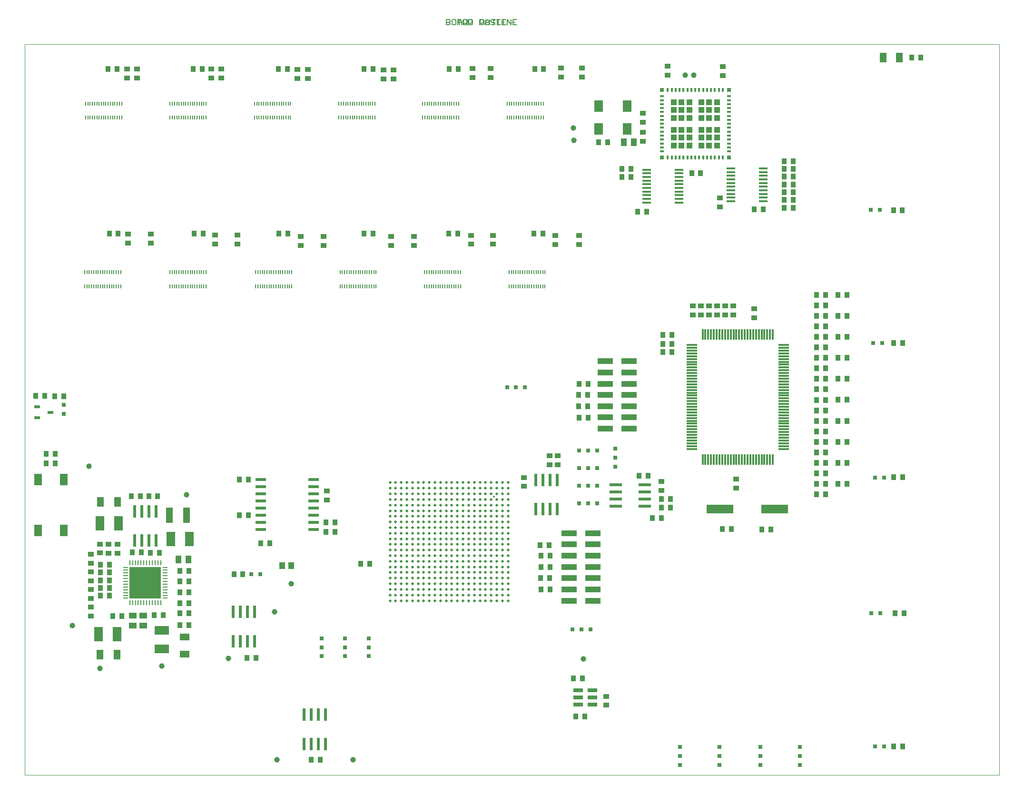
<source format=gtp>
G04 Layer_Color=8421504*
%FSLAX43Y43*%
%MOMM*%
G71*
G01*
G75*
%ADD10C,0.100*%
%ADD12R,1.600X2.000*%
%ADD13R,0.600X2.200*%
%ADD14R,0.950X1.000*%
%ADD15R,1.000X0.950*%
%ADD16R,1.000X0.900*%
%ADD17R,5.600X5.600*%
%ADD18R,0.950X0.250*%
%ADD19R,0.250X0.950*%
%ADD20R,0.900X1.000*%
%ADD21R,1.400X1.050*%
%ADD22R,2.600X1.550*%
%ADD23R,1.550X2.600*%
%ADD24R,1.150X1.800*%
%ADD25R,1.050X1.400*%
%ADD26R,0.800X0.800*%
%ADD27R,1.800X1.150*%
%ADD28R,1.000X1.000*%
%ADD29R,0.400X0.750*%
%ADD30R,0.750X0.400*%
%ADD31R,0.750X0.750*%
%ADD32R,1.500X0.450*%
%ADD33R,1.850X0.300*%
%ADD34R,0.300X1.850*%
%ADD35C,1.000*%
%ADD36R,0.800X0.800*%
%ADD37R,2.200X0.600*%
%ADD38R,4.850X1.550*%
%ADD39R,0.950X1.000*%
%ADD40R,0.230X0.700*%
%ADD41R,2.750X1.000*%
%ADD42R,1.400X2.100*%
%ADD43R,1.000X0.600*%
%ADD44C,0.500*%
%ADD45R,1.900X0.600*%
%ADD46R,1.700X0.800*%
%ADD47R,1.150X2.700*%
%ADD48R,1.000X1.300*%
%ADD49C,0.200*%
%ADD54C,0.300*%
D10*
X163425Y-10000D02*
Y120000D01*
X-10000Y-10000D02*
X163425D01*
X-10000D02*
Y120000D01*
X163425D01*
D12*
X97240Y109025D02*
D03*
X92160D02*
D03*
X97240Y104925D02*
D03*
X92160D02*
D03*
D13*
X39716Y-4490D02*
D03*
X40986D02*
D03*
X42256D02*
D03*
X43526D02*
D03*
X39716Y717D02*
D03*
X40986D02*
D03*
X42256D02*
D03*
X43526D02*
D03*
X27090Y13795D02*
D03*
X28360D02*
D03*
X29630D02*
D03*
X30900D02*
D03*
X27090Y19001D02*
D03*
X28360D02*
D03*
X29630D02*
D03*
X30900D02*
D03*
X13405Y36903D02*
D03*
X12135D02*
D03*
X10865D02*
D03*
X9595D02*
D03*
X13405Y31697D02*
D03*
X12135D02*
D03*
X10865D02*
D03*
X9595D02*
D03*
X84771Y42482D02*
D03*
X83501D02*
D03*
X82231D02*
D03*
X80961D02*
D03*
X84771Y37276D02*
D03*
X83501D02*
D03*
X82231D02*
D03*
X80961D02*
D03*
D14*
X40975Y-7300D02*
D03*
X42575D02*
D03*
X29575Y10775D02*
D03*
X31175D02*
D03*
X5050Y21850D02*
D03*
X3450D02*
D03*
X7250Y18275D02*
D03*
X5650D02*
D03*
X13050Y18450D02*
D03*
X14650D02*
D03*
X13975Y29500D02*
D03*
X12375D02*
D03*
X17650Y22500D02*
D03*
X19250D02*
D03*
X17625Y18725D02*
D03*
X19225D02*
D03*
X92150Y102600D02*
D03*
X93750D02*
D03*
X99050Y90250D02*
D03*
X100650D02*
D03*
X108675Y97050D02*
D03*
X110275D02*
D03*
X121450Y90650D02*
D03*
X119850D02*
D03*
X121175Y33625D02*
D03*
X122775D02*
D03*
X114125Y33725D02*
D03*
X115725D02*
D03*
X-4586Y45395D02*
D03*
X-6186D02*
D03*
X43600Y34910D02*
D03*
X45200D02*
D03*
X88050Y350D02*
D03*
X89650D02*
D03*
X134725Y45533D02*
D03*
X136325D02*
D03*
X134725Y67933D02*
D03*
X136325D02*
D03*
X134725Y64200D02*
D03*
X136325D02*
D03*
X134725Y41800D02*
D03*
X136325D02*
D03*
X134725Y53000D02*
D03*
X136325D02*
D03*
X134725Y75400D02*
D03*
X136325D02*
D03*
X134725Y49267D02*
D03*
X136325D02*
D03*
X134725Y71667D02*
D03*
X136325D02*
D03*
X134725Y60467D02*
D03*
X136325D02*
D03*
X134725Y56733D02*
D03*
X136325D02*
D03*
X100925Y43225D02*
D03*
X99325D02*
D03*
X5050Y26013D02*
D03*
X3450D02*
D03*
X9150Y29575D02*
D03*
X10750D02*
D03*
D15*
X6500Y29425D02*
D03*
Y31025D02*
D03*
X100000Y107775D02*
D03*
Y106175D02*
D03*
Y104375D02*
D03*
Y102775D02*
D03*
X113675Y92675D02*
D03*
Y91075D02*
D03*
X9975Y115575D02*
D03*
Y113975D02*
D03*
X8175Y115600D02*
D03*
Y114000D02*
D03*
X24950Y115575D02*
D03*
Y113975D02*
D03*
X23200Y115575D02*
D03*
Y113975D02*
D03*
X40400Y115550D02*
D03*
Y113950D02*
D03*
X38525Y115550D02*
D03*
Y113950D02*
D03*
X55600Y115475D02*
D03*
Y113875D02*
D03*
X53880Y115473D02*
D03*
Y113873D02*
D03*
X72936Y115673D02*
D03*
Y114073D02*
D03*
X69711Y115673D02*
D03*
Y114073D02*
D03*
X89186Y115798D02*
D03*
Y114198D02*
D03*
X85460Y115798D02*
D03*
Y114198D02*
D03*
X12410Y86223D02*
D03*
Y84623D02*
D03*
X8360Y86223D02*
D03*
Y84623D02*
D03*
X23840Y84477D02*
D03*
Y86077D02*
D03*
X27890Y84477D02*
D03*
Y86077D02*
D03*
X43166Y85823D02*
D03*
Y84223D02*
D03*
X39116Y85823D02*
D03*
Y84223D02*
D03*
X59241Y85823D02*
D03*
Y84223D02*
D03*
X55191Y85823D02*
D03*
Y84223D02*
D03*
X73290Y86023D02*
D03*
Y84423D02*
D03*
X69390Y86023D02*
D03*
Y84423D02*
D03*
X88650Y86000D02*
D03*
Y84400D02*
D03*
X84425Y86000D02*
D03*
Y84400D02*
D03*
X78850Y42925D02*
D03*
Y41325D02*
D03*
X104400Y116150D02*
D03*
Y114550D02*
D03*
X114225Y116025D02*
D03*
Y114425D02*
D03*
D16*
X3425Y31075D02*
D03*
Y29475D02*
D03*
X1777Y27650D02*
D03*
Y29250D02*
D03*
Y24526D02*
D03*
Y26126D02*
D03*
Y23002D02*
D03*
Y21402D02*
D03*
Y19878D02*
D03*
Y18278D02*
D03*
X116050Y73475D02*
D03*
Y71875D02*
D03*
X114610Y73475D02*
D03*
Y71875D02*
D03*
X113170Y73475D02*
D03*
Y71875D02*
D03*
X111730Y73475D02*
D03*
Y71875D02*
D03*
X110290Y73475D02*
D03*
Y71875D02*
D03*
X108850Y73475D02*
D03*
Y71875D02*
D03*
X116625Y41000D02*
D03*
Y42600D02*
D03*
X83375Y46750D02*
D03*
Y45150D02*
D03*
X84825Y46750D02*
D03*
Y45150D02*
D03*
X43800Y38875D02*
D03*
Y40475D02*
D03*
X93500Y2375D02*
D03*
Y3975D02*
D03*
X119800Y72975D02*
D03*
Y71375D02*
D03*
X103300Y42225D02*
D03*
Y40625D02*
D03*
X4955Y29425D02*
D03*
Y31025D02*
D03*
D17*
X11450Y24175D02*
D03*
D18*
X7925Y21425D02*
D03*
Y21925D02*
D03*
Y22425D02*
D03*
Y22925D02*
D03*
Y23425D02*
D03*
Y23925D02*
D03*
Y24425D02*
D03*
Y24925D02*
D03*
Y25425D02*
D03*
Y25925D02*
D03*
Y26425D02*
D03*
Y26925D02*
D03*
X14975D02*
D03*
Y26425D02*
D03*
Y25925D02*
D03*
Y25425D02*
D03*
Y24925D02*
D03*
Y24425D02*
D03*
Y23925D02*
D03*
Y23425D02*
D03*
Y22925D02*
D03*
Y22425D02*
D03*
Y21925D02*
D03*
Y21425D02*
D03*
D19*
X8700Y27700D02*
D03*
X9200D02*
D03*
X9700D02*
D03*
X10200D02*
D03*
X10700D02*
D03*
X11200D02*
D03*
X11700D02*
D03*
X12200D02*
D03*
X12700D02*
D03*
X13200D02*
D03*
X13700D02*
D03*
X14200D02*
D03*
Y20650D02*
D03*
X13700D02*
D03*
X13200D02*
D03*
X12700D02*
D03*
X12200D02*
D03*
X11700D02*
D03*
X11200D02*
D03*
X10700D02*
D03*
X10200D02*
D03*
X9700D02*
D03*
X9200D02*
D03*
X8700D02*
D03*
D20*
X5050Y24600D02*
D03*
X3450D02*
D03*
Y23212D02*
D03*
X5050D02*
D03*
X3450Y27375D02*
D03*
X5050D02*
D03*
X9000Y39575D02*
D03*
X10600D02*
D03*
X13675Y39550D02*
D03*
X12075D02*
D03*
X27228Y25691D02*
D03*
X28828D02*
D03*
X19250Y26300D02*
D03*
X17650D02*
D03*
Y24425D02*
D03*
X19250D02*
D03*
X17600Y20500D02*
D03*
X19200D02*
D03*
X19225Y16650D02*
D03*
X17625D02*
D03*
X97850Y97875D02*
D03*
X96250D02*
D03*
X97850Y96400D02*
D03*
X96250D02*
D03*
X126750Y99225D02*
D03*
X125150D02*
D03*
X126750Y97842D02*
D03*
X125150D02*
D03*
X126750Y96458D02*
D03*
X125150D02*
D03*
X126750Y95075D02*
D03*
X125150D02*
D03*
X126750Y93692D02*
D03*
X125150D02*
D03*
X126750Y92308D02*
D03*
X125150D02*
D03*
X126750Y90925D02*
D03*
X125150D02*
D03*
X130875Y75375D02*
D03*
X132475D02*
D03*
X130875Y73510D02*
D03*
X132475D02*
D03*
X130875Y71646D02*
D03*
X132475D02*
D03*
X130875Y69782D02*
D03*
X132475D02*
D03*
X130875Y67917D02*
D03*
X132475D02*
D03*
X130875Y66053D02*
D03*
X132475D02*
D03*
X130875Y64188D02*
D03*
X132475D02*
D03*
X130875Y62324D02*
D03*
X132475D02*
D03*
X130875Y60459D02*
D03*
X132475D02*
D03*
X130875Y58595D02*
D03*
X132475D02*
D03*
X130875Y56730D02*
D03*
X132475D02*
D03*
X130875Y54866D02*
D03*
X132475D02*
D03*
X130875Y53001D02*
D03*
X132475D02*
D03*
X130875Y51137D02*
D03*
X132475D02*
D03*
X130875Y49272D02*
D03*
X132475D02*
D03*
X130875Y47408D02*
D03*
X132475D02*
D03*
X130875Y45543D02*
D03*
X132475D02*
D03*
X130875Y43679D02*
D03*
X132475D02*
D03*
X130875Y41814D02*
D03*
X132475D02*
D03*
X130875Y39950D02*
D03*
X132475D02*
D03*
X103525Y68275D02*
D03*
X105125D02*
D03*
X105150Y66700D02*
D03*
X103550D02*
D03*
X105125Y65250D02*
D03*
X103525D02*
D03*
X90225Y59550D02*
D03*
X88625D02*
D03*
X90200Y57600D02*
D03*
X88600D02*
D03*
X90175Y55600D02*
D03*
X88575D02*
D03*
X90225Y53575D02*
D03*
X88625D02*
D03*
X103275Y39100D02*
D03*
X104875D02*
D03*
X103300Y37525D02*
D03*
X104900D02*
D03*
X101675Y35650D02*
D03*
X103275D02*
D03*
X6400Y115625D02*
D03*
X4800D02*
D03*
X21588D02*
D03*
X19988D02*
D03*
X36776D02*
D03*
X35176D02*
D03*
X51965D02*
D03*
X50365D02*
D03*
X67153D02*
D03*
X65553D02*
D03*
X82341D02*
D03*
X80741D02*
D03*
X6650Y86300D02*
D03*
X5050D02*
D03*
X21755D02*
D03*
X20155D02*
D03*
X36860D02*
D03*
X35260D02*
D03*
X51965D02*
D03*
X50365D02*
D03*
X67070D02*
D03*
X65470D02*
D03*
X82175D02*
D03*
X80575D02*
D03*
X31975Y31210D02*
D03*
X33575D02*
D03*
X83350Y30850D02*
D03*
X81750D02*
D03*
X-4675Y57400D02*
D03*
X-3075D02*
D03*
X-6425Y57475D02*
D03*
X-8025D02*
D03*
X-4586Y47120D02*
D03*
X-6186D02*
D03*
X28175Y42510D02*
D03*
X29775D02*
D03*
X45200Y33235D02*
D03*
X43600D02*
D03*
X28225Y36160D02*
D03*
X29825D02*
D03*
X51400Y27525D02*
D03*
X49800D02*
D03*
X83450Y22975D02*
D03*
X81850D02*
D03*
X83400Y25000D02*
D03*
X81800D02*
D03*
X83450Y27000D02*
D03*
X81850D02*
D03*
X83450Y28975D02*
D03*
X81850D02*
D03*
X87625Y7175D02*
D03*
X89225D02*
D03*
X146453Y18790D02*
D03*
X144853D02*
D03*
X146227Y42950D02*
D03*
X144627D02*
D03*
X146227Y-4950D02*
D03*
X144627D02*
D03*
X146255Y66830D02*
D03*
X144655D02*
D03*
X146175Y90500D02*
D03*
X144575D02*
D03*
D21*
X9200Y16525D02*
D03*
Y18325D02*
D03*
X11075Y16525D02*
D03*
Y18325D02*
D03*
D22*
X14425Y15700D02*
D03*
Y12420D02*
D03*
D23*
X3425Y34725D02*
D03*
X6705D02*
D03*
X16025Y31975D02*
D03*
X19305D02*
D03*
X3120Y15050D02*
D03*
X6400D02*
D03*
D24*
X6500Y38600D02*
D03*
X3500D02*
D03*
X6425Y11375D02*
D03*
X3425D02*
D03*
X145667Y117671D02*
D03*
X142767D02*
D03*
D25*
X19175Y28350D02*
D03*
X17375D02*
D03*
X98425Y102550D02*
D03*
X96625D02*
D03*
D26*
X31900Y25725D02*
D03*
X30300D02*
D03*
X87475Y15850D02*
D03*
X89075D02*
D03*
X90675D02*
D03*
X75825Y58950D02*
D03*
X77425D02*
D03*
X79025D02*
D03*
X88650Y47700D02*
D03*
X90250D02*
D03*
X91850D02*
D03*
X88650Y44567D02*
D03*
X90250D02*
D03*
X91850D02*
D03*
X88650Y41433D02*
D03*
X90250D02*
D03*
X91850D02*
D03*
X88650Y38300D02*
D03*
X90250D02*
D03*
X91850D02*
D03*
X141331Y42925D02*
D03*
X142931D02*
D03*
X141302Y-4950D02*
D03*
X142902D02*
D03*
X140959Y66811D02*
D03*
X142559D02*
D03*
X140678Y18790D02*
D03*
X142278D02*
D03*
X140525Y90525D02*
D03*
X142125D02*
D03*
D27*
X18475Y14500D02*
D03*
Y11500D02*
D03*
D28*
X113169Y102016D02*
D03*
X105469Y109716D02*
D03*
Y108316D02*
D03*
X106869Y109716D02*
D03*
Y108316D02*
D03*
X108269Y109716D02*
D03*
Y108316D02*
D03*
X105469Y106916D02*
D03*
X106869D02*
D03*
X108269D02*
D03*
X105469Y104816D02*
D03*
Y103416D02*
D03*
X106869Y104816D02*
D03*
Y103416D02*
D03*
X108269Y104816D02*
D03*
Y103416D02*
D03*
X105469Y102016D02*
D03*
X106869D02*
D03*
X108269D02*
D03*
X110369Y108316D02*
D03*
X111769D02*
D03*
Y106916D02*
D03*
X110369D02*
D03*
Y104816D02*
D03*
Y103416D02*
D03*
Y102016D02*
D03*
X111769Y104816D02*
D03*
Y103416D02*
D03*
Y102016D02*
D03*
X110369Y109716D02*
D03*
X111769D02*
D03*
X113169D02*
D03*
Y108316D02*
D03*
Y106916D02*
D03*
Y104816D02*
D03*
Y103416D02*
D03*
D29*
X114219Y99841D02*
D03*
X113519D02*
D03*
X112819D02*
D03*
X112119D02*
D03*
X111419D02*
D03*
X110719D02*
D03*
X110019D02*
D03*
X109319D02*
D03*
X108619D02*
D03*
X107919D02*
D03*
X107219D02*
D03*
X106519D02*
D03*
X105819D02*
D03*
X105119D02*
D03*
X104419Y111891D02*
D03*
X105119D02*
D03*
X105819D02*
D03*
X106519D02*
D03*
X107219D02*
D03*
X107919D02*
D03*
X108619D02*
D03*
X109319D02*
D03*
X110019D02*
D03*
X110719D02*
D03*
X111419D02*
D03*
X112119D02*
D03*
X112819D02*
D03*
X113519D02*
D03*
X104419Y99841D02*
D03*
X114219Y111891D02*
D03*
D30*
X103344Y100966D02*
D03*
Y101666D02*
D03*
Y102366D02*
D03*
Y103066D02*
D03*
Y103766D02*
D03*
Y104466D02*
D03*
Y105166D02*
D03*
Y105866D02*
D03*
Y106566D02*
D03*
Y107266D02*
D03*
Y107966D02*
D03*
Y108666D02*
D03*
Y109366D02*
D03*
Y110066D02*
D03*
Y110766D02*
D03*
X115294D02*
D03*
Y110066D02*
D03*
Y109366D02*
D03*
Y108666D02*
D03*
Y107966D02*
D03*
Y107266D02*
D03*
Y106566D02*
D03*
Y105866D02*
D03*
Y105166D02*
D03*
Y104466D02*
D03*
Y103766D02*
D03*
Y103066D02*
D03*
Y102366D02*
D03*
Y101666D02*
D03*
Y100966D02*
D03*
D31*
X103344Y99841D02*
D03*
Y111891D02*
D03*
X115294D02*
D03*
Y99841D02*
D03*
D32*
X100650Y97700D02*
D03*
Y97050D02*
D03*
Y96400D02*
D03*
Y95750D02*
D03*
Y95100D02*
D03*
Y94450D02*
D03*
Y93800D02*
D03*
Y93150D02*
D03*
Y92500D02*
D03*
Y91850D02*
D03*
X106450D02*
D03*
Y92500D02*
D03*
Y93150D02*
D03*
Y93800D02*
D03*
Y94450D02*
D03*
Y95100D02*
D03*
Y95750D02*
D03*
Y96400D02*
D03*
Y97050D02*
D03*
Y97700D02*
D03*
X121425Y92075D02*
D03*
Y92725D02*
D03*
Y93375D02*
D03*
Y94025D02*
D03*
Y94675D02*
D03*
Y95325D02*
D03*
Y95975D02*
D03*
Y96625D02*
D03*
Y97275D02*
D03*
Y97925D02*
D03*
X115625D02*
D03*
Y97275D02*
D03*
Y96625D02*
D03*
Y95975D02*
D03*
Y95325D02*
D03*
Y94675D02*
D03*
Y94025D02*
D03*
Y93375D02*
D03*
Y92725D02*
D03*
Y92075D02*
D03*
D33*
X125025Y48000D02*
D03*
Y48500D02*
D03*
Y49000D02*
D03*
Y50500D02*
D03*
Y51000D02*
D03*
Y51500D02*
D03*
Y52000D02*
D03*
Y52500D02*
D03*
Y53000D02*
D03*
Y53500D02*
D03*
Y55000D02*
D03*
Y55500D02*
D03*
Y56000D02*
D03*
Y56500D02*
D03*
Y58000D02*
D03*
Y59500D02*
D03*
Y60000D02*
D03*
Y60500D02*
D03*
Y61000D02*
D03*
Y62500D02*
D03*
Y63000D02*
D03*
Y64500D02*
D03*
Y66000D02*
D03*
Y66500D02*
D03*
X108725D02*
D03*
Y66000D02*
D03*
Y65500D02*
D03*
Y65000D02*
D03*
Y64500D02*
D03*
Y64000D02*
D03*
Y63500D02*
D03*
Y63000D02*
D03*
Y62500D02*
D03*
Y62000D02*
D03*
Y61500D02*
D03*
Y61000D02*
D03*
Y60500D02*
D03*
Y60000D02*
D03*
Y59500D02*
D03*
Y59000D02*
D03*
Y58500D02*
D03*
Y58000D02*
D03*
Y57500D02*
D03*
Y57000D02*
D03*
Y56500D02*
D03*
Y56000D02*
D03*
Y55500D02*
D03*
Y55000D02*
D03*
Y54500D02*
D03*
Y54000D02*
D03*
Y53500D02*
D03*
Y53000D02*
D03*
Y52500D02*
D03*
Y52000D02*
D03*
Y51500D02*
D03*
Y51000D02*
D03*
Y50500D02*
D03*
Y50000D02*
D03*
Y49500D02*
D03*
Y49000D02*
D03*
Y48500D02*
D03*
Y48000D02*
D03*
X125025Y65000D02*
D03*
Y65500D02*
D03*
Y64000D02*
D03*
Y63500D02*
D03*
Y62000D02*
D03*
Y61500D02*
D03*
Y59000D02*
D03*
Y58500D02*
D03*
Y57500D02*
D03*
Y57000D02*
D03*
Y50000D02*
D03*
Y49500D02*
D03*
Y54500D02*
D03*
Y54000D02*
D03*
D34*
X123125Y68400D02*
D03*
X122625D02*
D03*
X122125D02*
D03*
X121625D02*
D03*
X121125D02*
D03*
X120625D02*
D03*
X120125D02*
D03*
X119625D02*
D03*
X119125D02*
D03*
X118625D02*
D03*
X118125D02*
D03*
X117625D02*
D03*
X117125D02*
D03*
X116625D02*
D03*
X116125D02*
D03*
X115625D02*
D03*
X115125D02*
D03*
X114625D02*
D03*
X114125D02*
D03*
X113625D02*
D03*
X113125D02*
D03*
X112625D02*
D03*
X112125D02*
D03*
X111625D02*
D03*
X111125D02*
D03*
X110625D02*
D03*
Y46100D02*
D03*
X111125D02*
D03*
X111625D02*
D03*
X112125D02*
D03*
X112625D02*
D03*
X113125D02*
D03*
X113625D02*
D03*
X114125D02*
D03*
X114625D02*
D03*
X115125D02*
D03*
X115625D02*
D03*
X116125D02*
D03*
X116625D02*
D03*
X117125D02*
D03*
X117625D02*
D03*
X118125D02*
D03*
X118625D02*
D03*
X119125D02*
D03*
X119625D02*
D03*
X120125D02*
D03*
X120625D02*
D03*
X121125D02*
D03*
X121625D02*
D03*
X122125D02*
D03*
X122625D02*
D03*
X123125D02*
D03*
D35*
X87675Y105150D02*
D03*
X87750Y102900D02*
D03*
X109050Y114500D02*
D03*
X107500Y114550D02*
D03*
X26275Y10750D02*
D03*
X14400Y9375D02*
D03*
X-1525Y16550D02*
D03*
X3375Y8925D02*
D03*
X18800Y39875D02*
D03*
X1450Y44900D02*
D03*
X37425Y24000D02*
D03*
X89400Y10625D02*
D03*
X34850Y-7325D02*
D03*
X34475Y18975D02*
D03*
X48450Y-7325D02*
D03*
D36*
X95125Y44850D02*
D03*
Y46450D02*
D03*
Y48050D02*
D03*
X-3050Y55875D02*
D03*
Y54275D02*
D03*
X51203Y11096D02*
D03*
Y12696D02*
D03*
Y14296D02*
D03*
X47028Y11096D02*
D03*
Y12696D02*
D03*
Y14296D02*
D03*
X42853Y11096D02*
D03*
Y12696D02*
D03*
Y14296D02*
D03*
X113600Y-5075D02*
D03*
Y-6675D02*
D03*
Y-8275D02*
D03*
X106600Y-5025D02*
D03*
Y-6625D02*
D03*
Y-8225D02*
D03*
X127950Y-5025D02*
D03*
Y-6625D02*
D03*
Y-8225D02*
D03*
X120950Y-5050D02*
D03*
Y-6650D02*
D03*
Y-8250D02*
D03*
D37*
X95134Y41584D02*
D03*
Y40314D02*
D03*
Y39044D02*
D03*
Y37774D02*
D03*
X100340Y41584D02*
D03*
Y40314D02*
D03*
Y39044D02*
D03*
Y37774D02*
D03*
D38*
X113725Y37300D02*
D03*
X123425D02*
D03*
D39*
X149450Y117625D02*
D03*
X147850D02*
D03*
D40*
X1247Y106950D02*
D03*
X847D02*
D03*
X1647D02*
D03*
X2047D02*
D03*
X3647D02*
D03*
X3247D02*
D03*
X2447D02*
D03*
X2847D02*
D03*
X6047D02*
D03*
X5647D02*
D03*
X6447D02*
D03*
X6847D02*
D03*
X5247D02*
D03*
X4847D02*
D03*
X4047D02*
D03*
X4447D02*
D03*
X7247D02*
D03*
Y109450D02*
D03*
X4447D02*
D03*
X4047D02*
D03*
X4847D02*
D03*
X5247D02*
D03*
X6847D02*
D03*
X6447D02*
D03*
X5647D02*
D03*
X6047D02*
D03*
X2847D02*
D03*
X2447D02*
D03*
X3247D02*
D03*
X3647D02*
D03*
X2047D02*
D03*
X1647D02*
D03*
X847D02*
D03*
X1247D02*
D03*
X16273Y106950D02*
D03*
X15873D02*
D03*
X16673D02*
D03*
X17073D02*
D03*
X18673D02*
D03*
X18273D02*
D03*
X17473D02*
D03*
X17873D02*
D03*
X21073D02*
D03*
X20673D02*
D03*
X21473D02*
D03*
X21873D02*
D03*
X20273D02*
D03*
X19873D02*
D03*
X19073D02*
D03*
X19473D02*
D03*
X22273D02*
D03*
Y109450D02*
D03*
X19473D02*
D03*
X19073D02*
D03*
X19873D02*
D03*
X20273D02*
D03*
X21873D02*
D03*
X21473D02*
D03*
X20673D02*
D03*
X21073D02*
D03*
X17873D02*
D03*
X17473D02*
D03*
X18273D02*
D03*
X18673D02*
D03*
X17073D02*
D03*
X16673D02*
D03*
X15873D02*
D03*
X16273D02*
D03*
X31298Y106950D02*
D03*
X30898D02*
D03*
X31698D02*
D03*
X32098D02*
D03*
X33698D02*
D03*
X33298D02*
D03*
X32498D02*
D03*
X32898D02*
D03*
X36098D02*
D03*
X35698D02*
D03*
X36498D02*
D03*
X36898D02*
D03*
X35298D02*
D03*
X34898D02*
D03*
X34098D02*
D03*
X34498D02*
D03*
X37298D02*
D03*
Y109450D02*
D03*
X34498D02*
D03*
X34098D02*
D03*
X34898D02*
D03*
X35298D02*
D03*
X36898D02*
D03*
X36498D02*
D03*
X35698D02*
D03*
X36098D02*
D03*
X32898D02*
D03*
X32498D02*
D03*
X33298D02*
D03*
X33698D02*
D03*
X32098D02*
D03*
X31698D02*
D03*
X30898D02*
D03*
X31298D02*
D03*
X46324Y106950D02*
D03*
X45924D02*
D03*
X46724D02*
D03*
X47124D02*
D03*
X48724D02*
D03*
X48324D02*
D03*
X47524D02*
D03*
X47924D02*
D03*
X51124D02*
D03*
X50724D02*
D03*
X51524D02*
D03*
X51924D02*
D03*
X50324D02*
D03*
X49924D02*
D03*
X49124D02*
D03*
X49524D02*
D03*
X52324D02*
D03*
Y109450D02*
D03*
X49524D02*
D03*
X49124D02*
D03*
X49924D02*
D03*
X50324D02*
D03*
X51924D02*
D03*
X51524D02*
D03*
X50724D02*
D03*
X51124D02*
D03*
X47924D02*
D03*
X47524D02*
D03*
X48324D02*
D03*
X48724D02*
D03*
X47124D02*
D03*
X46724D02*
D03*
X45924D02*
D03*
X46324D02*
D03*
X61200Y106975D02*
D03*
X60800D02*
D03*
X61600D02*
D03*
X62000D02*
D03*
X63600D02*
D03*
X63200D02*
D03*
X62400D02*
D03*
X62800D02*
D03*
X66000D02*
D03*
X65600D02*
D03*
X66400D02*
D03*
X66800D02*
D03*
X65200D02*
D03*
X64800D02*
D03*
X64000D02*
D03*
X64400D02*
D03*
X67200D02*
D03*
Y109475D02*
D03*
X64400D02*
D03*
X64000D02*
D03*
X64800D02*
D03*
X65200D02*
D03*
X66800D02*
D03*
X66400D02*
D03*
X65600D02*
D03*
X66000D02*
D03*
X62800D02*
D03*
X62400D02*
D03*
X63200D02*
D03*
X63600D02*
D03*
X62000D02*
D03*
X61600D02*
D03*
X60800D02*
D03*
X61200D02*
D03*
X76269Y106950D02*
D03*
X75869D02*
D03*
X76669D02*
D03*
X77069D02*
D03*
X78669D02*
D03*
X78269D02*
D03*
X77469D02*
D03*
X77869D02*
D03*
X81069D02*
D03*
X80669D02*
D03*
X81469D02*
D03*
X81869D02*
D03*
X80269D02*
D03*
X79869D02*
D03*
X79069D02*
D03*
X79469D02*
D03*
X82269D02*
D03*
Y109450D02*
D03*
X79469D02*
D03*
X79069D02*
D03*
X79869D02*
D03*
X80269D02*
D03*
X81869D02*
D03*
X81469D02*
D03*
X80669D02*
D03*
X81069D02*
D03*
X77869D02*
D03*
X77469D02*
D03*
X78269D02*
D03*
X78669D02*
D03*
X77069D02*
D03*
X76669D02*
D03*
X75869D02*
D03*
X76269D02*
D03*
X1075Y76950D02*
D03*
X675D02*
D03*
X1475D02*
D03*
X1875D02*
D03*
X3475D02*
D03*
X3075D02*
D03*
X2275D02*
D03*
X2675D02*
D03*
X5875D02*
D03*
X5475D02*
D03*
X6275D02*
D03*
X6675D02*
D03*
X5075D02*
D03*
X4675D02*
D03*
X3875D02*
D03*
X4275D02*
D03*
X7075D02*
D03*
Y79450D02*
D03*
X4275D02*
D03*
X3875D02*
D03*
X4675D02*
D03*
X5075D02*
D03*
X6675D02*
D03*
X6275D02*
D03*
X5475D02*
D03*
X5875D02*
D03*
X2675D02*
D03*
X2275D02*
D03*
X3075D02*
D03*
X3475D02*
D03*
X1875D02*
D03*
X1475D02*
D03*
X675D02*
D03*
X1075D02*
D03*
X16250Y76950D02*
D03*
X15850D02*
D03*
X16650D02*
D03*
X17050D02*
D03*
X18650D02*
D03*
X18250D02*
D03*
X17450D02*
D03*
X17850D02*
D03*
X21050D02*
D03*
X20650D02*
D03*
X21450D02*
D03*
X21850D02*
D03*
X20250D02*
D03*
X19850D02*
D03*
X19050D02*
D03*
X19450D02*
D03*
X22250D02*
D03*
Y79450D02*
D03*
X19450D02*
D03*
X19050D02*
D03*
X19850D02*
D03*
X20250D02*
D03*
X21850D02*
D03*
X21450D02*
D03*
X20650D02*
D03*
X21050D02*
D03*
X17850D02*
D03*
X17450D02*
D03*
X18250D02*
D03*
X18650D02*
D03*
X17050D02*
D03*
X16650D02*
D03*
X15850D02*
D03*
X16250D02*
D03*
X31512Y76950D02*
D03*
X31112D02*
D03*
X31912D02*
D03*
X32312D02*
D03*
X33912D02*
D03*
X33512D02*
D03*
X32712D02*
D03*
X33112D02*
D03*
X36312D02*
D03*
X35912D02*
D03*
X36712D02*
D03*
X37112D02*
D03*
X35512D02*
D03*
X35112D02*
D03*
X34312D02*
D03*
X34712D02*
D03*
X37512D02*
D03*
Y79450D02*
D03*
X34712D02*
D03*
X34312D02*
D03*
X35112D02*
D03*
X35512D02*
D03*
X37112D02*
D03*
X36712D02*
D03*
X35912D02*
D03*
X36312D02*
D03*
X33112D02*
D03*
X32712D02*
D03*
X33512D02*
D03*
X33912D02*
D03*
X32312D02*
D03*
X31912D02*
D03*
X31112D02*
D03*
X31512D02*
D03*
X46525Y76950D02*
D03*
X46125D02*
D03*
X46925D02*
D03*
X47325D02*
D03*
X48925D02*
D03*
X48525D02*
D03*
X47725D02*
D03*
X48125D02*
D03*
X51325D02*
D03*
X50925D02*
D03*
X51725D02*
D03*
X52125D02*
D03*
X50525D02*
D03*
X50125D02*
D03*
X49325D02*
D03*
X49725D02*
D03*
X52525D02*
D03*
Y79450D02*
D03*
X49725D02*
D03*
X49325D02*
D03*
X50125D02*
D03*
X50525D02*
D03*
X52125D02*
D03*
X51725D02*
D03*
X50925D02*
D03*
X51325D02*
D03*
X48125D02*
D03*
X47725D02*
D03*
X48525D02*
D03*
X48925D02*
D03*
X47325D02*
D03*
X46925D02*
D03*
X46125D02*
D03*
X46525D02*
D03*
X61563Y76950D02*
D03*
X61163D02*
D03*
X61963D02*
D03*
X62363D02*
D03*
X63963D02*
D03*
X63563D02*
D03*
X62763D02*
D03*
X63163D02*
D03*
X66363D02*
D03*
X65963D02*
D03*
X66763D02*
D03*
X67163D02*
D03*
X65563D02*
D03*
X65163D02*
D03*
X64363D02*
D03*
X64763D02*
D03*
X67563D02*
D03*
Y79450D02*
D03*
X64763D02*
D03*
X64363D02*
D03*
X65163D02*
D03*
X65563D02*
D03*
X67163D02*
D03*
X66763D02*
D03*
X65963D02*
D03*
X66363D02*
D03*
X63163D02*
D03*
X62763D02*
D03*
X63563D02*
D03*
X63963D02*
D03*
X62363D02*
D03*
X61963D02*
D03*
X61163D02*
D03*
X61563D02*
D03*
X76589Y76950D02*
D03*
X76189D02*
D03*
X76989D02*
D03*
X77389D02*
D03*
X78989D02*
D03*
X78589D02*
D03*
X77789D02*
D03*
X78189D02*
D03*
X81389D02*
D03*
X80989D02*
D03*
X81789D02*
D03*
X82189D02*
D03*
X80589D02*
D03*
X80189D02*
D03*
X79389D02*
D03*
X79789D02*
D03*
X82589D02*
D03*
Y79450D02*
D03*
X79789D02*
D03*
X79389D02*
D03*
X80189D02*
D03*
X80589D02*
D03*
X82189D02*
D03*
X81789D02*
D03*
X80989D02*
D03*
X81389D02*
D03*
X78189D02*
D03*
X77789D02*
D03*
X78589D02*
D03*
X78989D02*
D03*
X77389D02*
D03*
X76989D02*
D03*
X76189D02*
D03*
X76589D02*
D03*
D41*
X86850Y27000D02*
D03*
X91100D02*
D03*
X86850Y33000D02*
D03*
Y31000D02*
D03*
Y29000D02*
D03*
X91100Y33000D02*
D03*
Y31000D02*
D03*
Y29000D02*
D03*
X86850Y25000D02*
D03*
Y23000D02*
D03*
Y21000D02*
D03*
X91100Y25000D02*
D03*
Y23000D02*
D03*
Y21000D02*
D03*
X93300Y57600D02*
D03*
X97550D02*
D03*
X93300Y63600D02*
D03*
Y61600D02*
D03*
Y59600D02*
D03*
X97550Y63600D02*
D03*
Y61600D02*
D03*
Y59600D02*
D03*
X93300Y55600D02*
D03*
Y53600D02*
D03*
Y51600D02*
D03*
X97550Y55600D02*
D03*
Y53600D02*
D03*
Y51600D02*
D03*
D42*
X-3075Y33450D02*
D03*
Y42550D02*
D03*
X-7575Y33450D02*
D03*
Y42550D02*
D03*
D43*
X-7750Y55475D02*
D03*
Y53575D02*
D03*
X-5450Y54525D02*
D03*
D44*
X64000Y24000D02*
D03*
X73000Y29000D02*
D03*
X74000D02*
D03*
X64000Y23000D02*
D03*
X65000D02*
D03*
X62000Y25000D02*
D03*
X63000D02*
D03*
X59000Y23000D02*
D03*
X60000D02*
D03*
X66000Y22000D02*
D03*
Y23000D02*
D03*
X68000Y21000D02*
D03*
X69000D02*
D03*
X67000Y22000D02*
D03*
X68000D02*
D03*
X65000Y21000D02*
D03*
X66000D02*
D03*
X63000Y22000D02*
D03*
X64000D02*
D03*
X63000Y21000D02*
D03*
X64000D02*
D03*
X61000Y22000D02*
D03*
X62000D02*
D03*
X60000Y21000D02*
D03*
X61000D02*
D03*
X55000Y22000D02*
D03*
Y23000D02*
D03*
Y24000D02*
D03*
Y25000D02*
D03*
Y26000D02*
D03*
Y27000D02*
D03*
Y28000D02*
D03*
Y29000D02*
D03*
Y30000D02*
D03*
Y31000D02*
D03*
Y32000D02*
D03*
Y33000D02*
D03*
Y34000D02*
D03*
Y35000D02*
D03*
Y36000D02*
D03*
Y37000D02*
D03*
Y38000D02*
D03*
Y39000D02*
D03*
Y40000D02*
D03*
Y41000D02*
D03*
Y42000D02*
D03*
X56000Y22000D02*
D03*
Y23000D02*
D03*
Y24000D02*
D03*
Y25000D02*
D03*
Y26000D02*
D03*
Y27000D02*
D03*
Y28000D02*
D03*
Y29000D02*
D03*
Y30000D02*
D03*
Y31000D02*
D03*
Y32000D02*
D03*
Y33000D02*
D03*
Y34000D02*
D03*
Y35000D02*
D03*
Y36000D02*
D03*
Y37000D02*
D03*
Y38000D02*
D03*
Y39000D02*
D03*
Y40000D02*
D03*
Y41000D02*
D03*
Y42000D02*
D03*
X57000Y21000D02*
D03*
Y22000D02*
D03*
Y23000D02*
D03*
Y24000D02*
D03*
Y25000D02*
D03*
Y26000D02*
D03*
Y27000D02*
D03*
Y28000D02*
D03*
Y29000D02*
D03*
Y30000D02*
D03*
Y31000D02*
D03*
Y32000D02*
D03*
Y33000D02*
D03*
Y34000D02*
D03*
Y35000D02*
D03*
Y36000D02*
D03*
Y37000D02*
D03*
Y38000D02*
D03*
Y39000D02*
D03*
Y40000D02*
D03*
Y41000D02*
D03*
Y42000D02*
D03*
X58000Y23000D02*
D03*
Y24000D02*
D03*
Y25000D02*
D03*
Y26000D02*
D03*
Y27000D02*
D03*
Y28000D02*
D03*
Y29000D02*
D03*
Y30000D02*
D03*
Y31000D02*
D03*
Y32000D02*
D03*
Y33000D02*
D03*
Y34000D02*
D03*
Y35000D02*
D03*
Y36000D02*
D03*
Y37000D02*
D03*
Y38000D02*
D03*
Y39000D02*
D03*
Y40000D02*
D03*
Y41000D02*
D03*
Y42000D02*
D03*
X59000Y24000D02*
D03*
Y25000D02*
D03*
Y26000D02*
D03*
Y27000D02*
D03*
Y28000D02*
D03*
Y29000D02*
D03*
Y30000D02*
D03*
Y31000D02*
D03*
Y32000D02*
D03*
Y33000D02*
D03*
Y34000D02*
D03*
Y35000D02*
D03*
Y36000D02*
D03*
Y37000D02*
D03*
Y38000D02*
D03*
Y39000D02*
D03*
Y40000D02*
D03*
Y41000D02*
D03*
Y42000D02*
D03*
X60000Y22000D02*
D03*
Y24000D02*
D03*
Y25000D02*
D03*
Y26000D02*
D03*
Y27000D02*
D03*
Y28000D02*
D03*
Y29000D02*
D03*
Y30000D02*
D03*
Y31000D02*
D03*
Y32000D02*
D03*
Y33000D02*
D03*
Y34000D02*
D03*
Y35000D02*
D03*
Y36000D02*
D03*
Y37000D02*
D03*
Y38000D02*
D03*
Y39000D02*
D03*
Y40000D02*
D03*
Y41000D02*
D03*
Y42000D02*
D03*
X61000Y23000D02*
D03*
Y24000D02*
D03*
Y25000D02*
D03*
Y26000D02*
D03*
Y27000D02*
D03*
Y28000D02*
D03*
Y29000D02*
D03*
Y30000D02*
D03*
Y31000D02*
D03*
Y32000D02*
D03*
Y33000D02*
D03*
Y34000D02*
D03*
Y35000D02*
D03*
Y36000D02*
D03*
Y37000D02*
D03*
Y38000D02*
D03*
Y39000D02*
D03*
Y40000D02*
D03*
Y41000D02*
D03*
Y42000D02*
D03*
X62000Y21000D02*
D03*
Y23000D02*
D03*
Y24000D02*
D03*
Y26000D02*
D03*
Y27000D02*
D03*
Y28000D02*
D03*
Y29000D02*
D03*
Y30000D02*
D03*
Y31000D02*
D03*
Y32000D02*
D03*
Y33000D02*
D03*
Y34000D02*
D03*
Y35000D02*
D03*
Y36000D02*
D03*
Y37000D02*
D03*
Y38000D02*
D03*
Y39000D02*
D03*
Y40000D02*
D03*
Y41000D02*
D03*
Y42000D02*
D03*
X63000Y23000D02*
D03*
Y24000D02*
D03*
Y26000D02*
D03*
Y27000D02*
D03*
Y28000D02*
D03*
Y29000D02*
D03*
Y30000D02*
D03*
Y31000D02*
D03*
Y32000D02*
D03*
Y33000D02*
D03*
Y34000D02*
D03*
Y35000D02*
D03*
Y36000D02*
D03*
Y37000D02*
D03*
Y38000D02*
D03*
Y39000D02*
D03*
Y40000D02*
D03*
Y41000D02*
D03*
Y42000D02*
D03*
X64000Y25000D02*
D03*
Y26000D02*
D03*
Y27000D02*
D03*
Y28000D02*
D03*
Y29000D02*
D03*
Y30000D02*
D03*
Y31000D02*
D03*
Y32000D02*
D03*
Y33000D02*
D03*
Y34000D02*
D03*
Y35000D02*
D03*
Y36000D02*
D03*
Y37000D02*
D03*
Y38000D02*
D03*
Y39000D02*
D03*
Y40000D02*
D03*
Y41000D02*
D03*
Y42000D02*
D03*
X65000Y22000D02*
D03*
Y24000D02*
D03*
Y25000D02*
D03*
Y26000D02*
D03*
Y27000D02*
D03*
Y28000D02*
D03*
Y29000D02*
D03*
Y30000D02*
D03*
Y31000D02*
D03*
Y32000D02*
D03*
Y33000D02*
D03*
Y34000D02*
D03*
Y35000D02*
D03*
Y36000D02*
D03*
Y37000D02*
D03*
Y38000D02*
D03*
Y39000D02*
D03*
Y40000D02*
D03*
Y41000D02*
D03*
Y42000D02*
D03*
X66000Y24000D02*
D03*
Y25000D02*
D03*
Y26000D02*
D03*
Y27000D02*
D03*
Y28000D02*
D03*
Y29000D02*
D03*
Y30000D02*
D03*
Y31000D02*
D03*
Y32000D02*
D03*
Y33000D02*
D03*
Y34000D02*
D03*
Y35000D02*
D03*
Y36000D02*
D03*
Y37000D02*
D03*
Y38000D02*
D03*
Y39000D02*
D03*
Y40000D02*
D03*
Y41000D02*
D03*
Y42000D02*
D03*
X67000Y21000D02*
D03*
Y23000D02*
D03*
Y24000D02*
D03*
Y25000D02*
D03*
Y26000D02*
D03*
Y27000D02*
D03*
Y28000D02*
D03*
Y29000D02*
D03*
Y30000D02*
D03*
Y31000D02*
D03*
Y32000D02*
D03*
Y33000D02*
D03*
Y34000D02*
D03*
Y35000D02*
D03*
Y36000D02*
D03*
Y37000D02*
D03*
Y38000D02*
D03*
Y39000D02*
D03*
Y40000D02*
D03*
Y41000D02*
D03*
Y42000D02*
D03*
X68000Y23000D02*
D03*
Y26000D02*
D03*
Y27000D02*
D03*
Y28000D02*
D03*
Y29000D02*
D03*
Y30000D02*
D03*
Y31000D02*
D03*
Y32000D02*
D03*
Y33000D02*
D03*
Y34000D02*
D03*
Y35000D02*
D03*
Y36000D02*
D03*
Y37000D02*
D03*
Y38000D02*
D03*
Y39000D02*
D03*
Y40000D02*
D03*
Y41000D02*
D03*
Y42000D02*
D03*
X69000Y22000D02*
D03*
Y23000D02*
D03*
Y24000D02*
D03*
Y25000D02*
D03*
Y26000D02*
D03*
Y27000D02*
D03*
Y28000D02*
D03*
Y29000D02*
D03*
Y30000D02*
D03*
Y31000D02*
D03*
Y32000D02*
D03*
Y33000D02*
D03*
Y34000D02*
D03*
Y35000D02*
D03*
Y36000D02*
D03*
Y37000D02*
D03*
Y38000D02*
D03*
Y39000D02*
D03*
Y40000D02*
D03*
Y41000D02*
D03*
Y42000D02*
D03*
X70000Y21000D02*
D03*
Y22000D02*
D03*
Y23000D02*
D03*
Y24000D02*
D03*
Y25000D02*
D03*
Y26000D02*
D03*
Y27000D02*
D03*
Y28000D02*
D03*
Y29000D02*
D03*
Y30000D02*
D03*
Y31000D02*
D03*
Y32000D02*
D03*
Y33000D02*
D03*
Y34000D02*
D03*
Y35000D02*
D03*
Y36000D02*
D03*
Y37000D02*
D03*
Y38000D02*
D03*
Y39000D02*
D03*
Y40000D02*
D03*
Y41000D02*
D03*
Y42000D02*
D03*
X71000Y21000D02*
D03*
Y22000D02*
D03*
Y23000D02*
D03*
Y24000D02*
D03*
Y25000D02*
D03*
Y26000D02*
D03*
Y27000D02*
D03*
Y28000D02*
D03*
Y29000D02*
D03*
Y30000D02*
D03*
Y31000D02*
D03*
Y32000D02*
D03*
Y33000D02*
D03*
Y34000D02*
D03*
Y35000D02*
D03*
Y36000D02*
D03*
Y37000D02*
D03*
Y38000D02*
D03*
Y39000D02*
D03*
Y40000D02*
D03*
Y41000D02*
D03*
Y42000D02*
D03*
X72000Y21000D02*
D03*
Y22000D02*
D03*
Y23000D02*
D03*
Y24000D02*
D03*
Y25000D02*
D03*
Y26000D02*
D03*
Y27000D02*
D03*
Y28000D02*
D03*
Y29000D02*
D03*
Y30000D02*
D03*
Y31000D02*
D03*
Y32000D02*
D03*
Y33000D02*
D03*
Y34000D02*
D03*
Y35000D02*
D03*
Y36000D02*
D03*
Y37000D02*
D03*
Y38000D02*
D03*
Y39000D02*
D03*
Y40000D02*
D03*
Y41000D02*
D03*
Y42000D02*
D03*
X73000Y21000D02*
D03*
Y22000D02*
D03*
Y23000D02*
D03*
Y24000D02*
D03*
Y25000D02*
D03*
Y26000D02*
D03*
Y27000D02*
D03*
Y28000D02*
D03*
Y30000D02*
D03*
Y31000D02*
D03*
Y32000D02*
D03*
Y33000D02*
D03*
Y34000D02*
D03*
Y35000D02*
D03*
Y36000D02*
D03*
Y37000D02*
D03*
Y38000D02*
D03*
Y39000D02*
D03*
Y40000D02*
D03*
Y41000D02*
D03*
Y42000D02*
D03*
X74000Y21000D02*
D03*
Y22000D02*
D03*
Y23000D02*
D03*
Y24000D02*
D03*
Y25000D02*
D03*
Y26000D02*
D03*
Y27000D02*
D03*
Y28000D02*
D03*
Y30000D02*
D03*
Y31000D02*
D03*
Y32000D02*
D03*
Y33000D02*
D03*
Y34000D02*
D03*
Y35000D02*
D03*
Y36000D02*
D03*
Y37000D02*
D03*
Y38000D02*
D03*
Y39000D02*
D03*
Y40000D02*
D03*
Y41000D02*
D03*
Y42000D02*
D03*
X75000Y21000D02*
D03*
Y22000D02*
D03*
Y23000D02*
D03*
Y24000D02*
D03*
Y25000D02*
D03*
Y26000D02*
D03*
Y27000D02*
D03*
Y28000D02*
D03*
Y29000D02*
D03*
Y30000D02*
D03*
Y31000D02*
D03*
Y32000D02*
D03*
Y33000D02*
D03*
Y34000D02*
D03*
Y35000D02*
D03*
Y36000D02*
D03*
Y37000D02*
D03*
Y38000D02*
D03*
Y39000D02*
D03*
Y40000D02*
D03*
Y41000D02*
D03*
Y42000D02*
D03*
X76000Y21000D02*
D03*
Y22000D02*
D03*
Y23000D02*
D03*
Y24000D02*
D03*
Y25000D02*
D03*
Y26000D02*
D03*
Y27000D02*
D03*
Y28000D02*
D03*
Y29000D02*
D03*
Y30000D02*
D03*
Y31000D02*
D03*
Y32000D02*
D03*
Y33000D02*
D03*
Y34000D02*
D03*
Y35000D02*
D03*
Y36000D02*
D03*
Y37000D02*
D03*
Y38000D02*
D03*
Y39000D02*
D03*
Y40000D02*
D03*
Y41000D02*
D03*
Y42000D02*
D03*
X68000Y25000D02*
D03*
Y24000D02*
D03*
X56000Y21000D02*
D03*
X55000D02*
D03*
X59000Y22000D02*
D03*
X58000D02*
D03*
X59000Y21000D02*
D03*
X58000D02*
D03*
D45*
X32025Y42515D02*
D03*
Y41245D02*
D03*
Y39975D02*
D03*
Y38705D02*
D03*
Y37435D02*
D03*
Y36165D02*
D03*
Y34895D02*
D03*
Y33625D02*
D03*
X41425Y42515D02*
D03*
Y41245D02*
D03*
Y39975D02*
D03*
Y38705D02*
D03*
Y37435D02*
D03*
Y36165D02*
D03*
Y34895D02*
D03*
Y33625D02*
D03*
D46*
X88454Y2470D02*
D03*
Y3740D02*
D03*
Y5010D02*
D03*
X91054D02*
D03*
Y3740D02*
D03*
Y2470D02*
D03*
D47*
X18775Y36200D02*
D03*
X15775D02*
D03*
D48*
X37389Y27200D02*
D03*
X35789D02*
D03*
D49*
X66966Y124450D02*
X67632D01*
X67299D01*
Y123450D01*
X68465Y124450D02*
X68132D01*
X67966Y124283D01*
Y123617D01*
X68132Y123450D01*
X68465D01*
X68632Y123617D01*
Y124283D01*
X68465Y124450D01*
X68965Y123450D02*
Y124450D01*
X69465D01*
X69632Y124283D01*
Y123950D01*
X69465Y123783D01*
X68965D01*
X70965Y123450D02*
Y124450D01*
X71464D01*
X71631Y124283D01*
Y123950D01*
X71464Y123783D01*
X70965D01*
X71964Y123450D02*
Y124116D01*
X72298Y124450D01*
X72631Y124116D01*
Y123450D01*
Y123950D01*
X71964D01*
X73630Y124283D02*
X73464Y124450D01*
X73131D01*
X72964Y124283D01*
Y124116D01*
X73131Y123950D01*
X73464D01*
X73630Y123783D01*
Y123617D01*
X73464Y123450D01*
X73131D01*
X72964Y123617D01*
X73964Y124450D02*
X74630D01*
X74297D01*
Y123450D01*
X75630Y124450D02*
X74963D01*
Y123450D01*
X75630D01*
X74963Y123950D02*
X75297D01*
X65050Y124450D02*
Y123450D01*
X65550D01*
X65716Y123617D01*
Y123783D01*
X65550Y123950D01*
X65050D01*
X65550D01*
X65716Y124116D01*
Y124283D01*
X65550Y124450D01*
X65050D01*
X66549D02*
X66216D01*
X66050Y124283D01*
Y123617D01*
X66216Y123450D01*
X66549D01*
X66716Y123617D01*
Y124283D01*
X66549Y124450D01*
X67049Y123450D02*
Y124116D01*
X67382Y124450D01*
X67716Y124116D01*
Y123450D01*
Y123950D01*
X67049D01*
X68049Y123450D02*
Y124450D01*
X68549D01*
X68715Y124283D01*
Y123950D01*
X68549Y123783D01*
X68049D01*
X68382D02*
X68715Y123450D01*
X69049Y124450D02*
Y123450D01*
X69548D01*
X69715Y123617D01*
Y124283D01*
X69548Y124450D01*
X69049D01*
X71548D02*
X71215D01*
X71048Y124283D01*
Y123617D01*
X71215Y123450D01*
X71548D01*
X71714Y123617D01*
Y124283D01*
X71548Y124450D01*
X72048D02*
Y123617D01*
X72214Y123450D01*
X72547D01*
X72714Y123617D01*
Y124450D01*
X73047D02*
X73714D01*
X73380D01*
Y123450D01*
X74047Y124450D02*
Y123450D01*
X74713D01*
X75047Y124450D02*
X75380D01*
X75213D01*
Y123450D01*
X75047D01*
X75380D01*
X75880D02*
Y124450D01*
X76546Y123450D01*
Y124450D01*
X77546D02*
X76879D01*
Y123450D01*
X77546D01*
X76879Y123950D02*
X77213D01*
D54*
X73500Y39500D02*
X73500Y39500D01*
M02*

</source>
